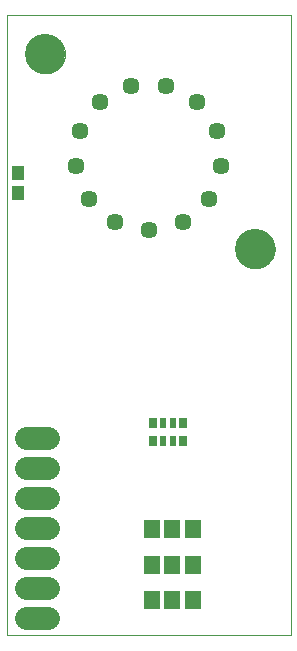
<source format=gbs>
G75*
%MOIN*%
%OFA0B0*%
%FSLAX25Y25*%
%IPPOS*%
%LPD*%
%AMOC8*
5,1,8,0,0,1.08239X$1,22.5*
%
%ADD10C,0.00000*%
%ADD11C,0.05707*%
%ADD12R,0.05518X0.06306*%
%ADD13C,0.13400*%
%ADD14C,0.07800*%
%ADD15R,0.02762X0.03550*%
%ADD16R,0.02369X0.03550*%
%ADD17R,0.04337X0.04731*%
D10*
X0007524Y0024687D02*
X0007524Y0231380D01*
X0102012Y0231380D01*
X0102012Y0024687D01*
X0007524Y0024687D01*
X0083701Y0153624D02*
X0083703Y0153785D01*
X0083709Y0153945D01*
X0083719Y0154106D01*
X0083733Y0154266D01*
X0083751Y0154426D01*
X0083772Y0154585D01*
X0083798Y0154744D01*
X0083828Y0154902D01*
X0083861Y0155059D01*
X0083899Y0155216D01*
X0083940Y0155371D01*
X0083985Y0155525D01*
X0084034Y0155678D01*
X0084087Y0155830D01*
X0084143Y0155981D01*
X0084204Y0156130D01*
X0084267Y0156278D01*
X0084335Y0156424D01*
X0084406Y0156568D01*
X0084480Y0156710D01*
X0084558Y0156851D01*
X0084640Y0156989D01*
X0084725Y0157126D01*
X0084813Y0157260D01*
X0084905Y0157392D01*
X0085000Y0157522D01*
X0085098Y0157650D01*
X0085199Y0157775D01*
X0085303Y0157897D01*
X0085410Y0158017D01*
X0085520Y0158134D01*
X0085633Y0158249D01*
X0085749Y0158360D01*
X0085868Y0158469D01*
X0085989Y0158574D01*
X0086113Y0158677D01*
X0086239Y0158777D01*
X0086367Y0158873D01*
X0086498Y0158966D01*
X0086632Y0159056D01*
X0086767Y0159143D01*
X0086905Y0159226D01*
X0087044Y0159306D01*
X0087186Y0159382D01*
X0087329Y0159455D01*
X0087474Y0159524D01*
X0087621Y0159590D01*
X0087769Y0159652D01*
X0087919Y0159710D01*
X0088070Y0159765D01*
X0088223Y0159816D01*
X0088377Y0159863D01*
X0088532Y0159906D01*
X0088688Y0159945D01*
X0088844Y0159981D01*
X0089002Y0160012D01*
X0089160Y0160040D01*
X0089319Y0160064D01*
X0089479Y0160084D01*
X0089639Y0160100D01*
X0089799Y0160112D01*
X0089960Y0160120D01*
X0090121Y0160124D01*
X0090281Y0160124D01*
X0090442Y0160120D01*
X0090603Y0160112D01*
X0090763Y0160100D01*
X0090923Y0160084D01*
X0091083Y0160064D01*
X0091242Y0160040D01*
X0091400Y0160012D01*
X0091558Y0159981D01*
X0091714Y0159945D01*
X0091870Y0159906D01*
X0092025Y0159863D01*
X0092179Y0159816D01*
X0092332Y0159765D01*
X0092483Y0159710D01*
X0092633Y0159652D01*
X0092781Y0159590D01*
X0092928Y0159524D01*
X0093073Y0159455D01*
X0093216Y0159382D01*
X0093358Y0159306D01*
X0093497Y0159226D01*
X0093635Y0159143D01*
X0093770Y0159056D01*
X0093904Y0158966D01*
X0094035Y0158873D01*
X0094163Y0158777D01*
X0094289Y0158677D01*
X0094413Y0158574D01*
X0094534Y0158469D01*
X0094653Y0158360D01*
X0094769Y0158249D01*
X0094882Y0158134D01*
X0094992Y0158017D01*
X0095099Y0157897D01*
X0095203Y0157775D01*
X0095304Y0157650D01*
X0095402Y0157522D01*
X0095497Y0157392D01*
X0095589Y0157260D01*
X0095677Y0157126D01*
X0095762Y0156989D01*
X0095844Y0156851D01*
X0095922Y0156710D01*
X0095996Y0156568D01*
X0096067Y0156424D01*
X0096135Y0156278D01*
X0096198Y0156130D01*
X0096259Y0155981D01*
X0096315Y0155830D01*
X0096368Y0155678D01*
X0096417Y0155525D01*
X0096462Y0155371D01*
X0096503Y0155216D01*
X0096541Y0155059D01*
X0096574Y0154902D01*
X0096604Y0154744D01*
X0096630Y0154585D01*
X0096651Y0154426D01*
X0096669Y0154266D01*
X0096683Y0154106D01*
X0096693Y0153945D01*
X0096699Y0153785D01*
X0096701Y0153624D01*
X0096699Y0153463D01*
X0096693Y0153303D01*
X0096683Y0153142D01*
X0096669Y0152982D01*
X0096651Y0152822D01*
X0096630Y0152663D01*
X0096604Y0152504D01*
X0096574Y0152346D01*
X0096541Y0152189D01*
X0096503Y0152032D01*
X0096462Y0151877D01*
X0096417Y0151723D01*
X0096368Y0151570D01*
X0096315Y0151418D01*
X0096259Y0151267D01*
X0096198Y0151118D01*
X0096135Y0150970D01*
X0096067Y0150824D01*
X0095996Y0150680D01*
X0095922Y0150538D01*
X0095844Y0150397D01*
X0095762Y0150259D01*
X0095677Y0150122D01*
X0095589Y0149988D01*
X0095497Y0149856D01*
X0095402Y0149726D01*
X0095304Y0149598D01*
X0095203Y0149473D01*
X0095099Y0149351D01*
X0094992Y0149231D01*
X0094882Y0149114D01*
X0094769Y0148999D01*
X0094653Y0148888D01*
X0094534Y0148779D01*
X0094413Y0148674D01*
X0094289Y0148571D01*
X0094163Y0148471D01*
X0094035Y0148375D01*
X0093904Y0148282D01*
X0093770Y0148192D01*
X0093635Y0148105D01*
X0093497Y0148022D01*
X0093358Y0147942D01*
X0093216Y0147866D01*
X0093073Y0147793D01*
X0092928Y0147724D01*
X0092781Y0147658D01*
X0092633Y0147596D01*
X0092483Y0147538D01*
X0092332Y0147483D01*
X0092179Y0147432D01*
X0092025Y0147385D01*
X0091870Y0147342D01*
X0091714Y0147303D01*
X0091558Y0147267D01*
X0091400Y0147236D01*
X0091242Y0147208D01*
X0091083Y0147184D01*
X0090923Y0147164D01*
X0090763Y0147148D01*
X0090603Y0147136D01*
X0090442Y0147128D01*
X0090281Y0147124D01*
X0090121Y0147124D01*
X0089960Y0147128D01*
X0089799Y0147136D01*
X0089639Y0147148D01*
X0089479Y0147164D01*
X0089319Y0147184D01*
X0089160Y0147208D01*
X0089002Y0147236D01*
X0088844Y0147267D01*
X0088688Y0147303D01*
X0088532Y0147342D01*
X0088377Y0147385D01*
X0088223Y0147432D01*
X0088070Y0147483D01*
X0087919Y0147538D01*
X0087769Y0147596D01*
X0087621Y0147658D01*
X0087474Y0147724D01*
X0087329Y0147793D01*
X0087186Y0147866D01*
X0087044Y0147942D01*
X0086905Y0148022D01*
X0086767Y0148105D01*
X0086632Y0148192D01*
X0086498Y0148282D01*
X0086367Y0148375D01*
X0086239Y0148471D01*
X0086113Y0148571D01*
X0085989Y0148674D01*
X0085868Y0148779D01*
X0085749Y0148888D01*
X0085633Y0148999D01*
X0085520Y0149114D01*
X0085410Y0149231D01*
X0085303Y0149351D01*
X0085199Y0149473D01*
X0085098Y0149598D01*
X0085000Y0149726D01*
X0084905Y0149856D01*
X0084813Y0149988D01*
X0084725Y0150122D01*
X0084640Y0150259D01*
X0084558Y0150397D01*
X0084480Y0150538D01*
X0084406Y0150680D01*
X0084335Y0150824D01*
X0084267Y0150970D01*
X0084204Y0151118D01*
X0084143Y0151267D01*
X0084087Y0151418D01*
X0084034Y0151570D01*
X0083985Y0151723D01*
X0083940Y0151877D01*
X0083899Y0152032D01*
X0083861Y0152189D01*
X0083828Y0152346D01*
X0083798Y0152504D01*
X0083772Y0152663D01*
X0083751Y0152822D01*
X0083733Y0152982D01*
X0083719Y0153142D01*
X0083709Y0153303D01*
X0083703Y0153463D01*
X0083701Y0153624D01*
X0013819Y0218585D02*
X0013821Y0218746D01*
X0013827Y0218906D01*
X0013837Y0219067D01*
X0013851Y0219227D01*
X0013869Y0219387D01*
X0013890Y0219546D01*
X0013916Y0219705D01*
X0013946Y0219863D01*
X0013979Y0220020D01*
X0014017Y0220177D01*
X0014058Y0220332D01*
X0014103Y0220486D01*
X0014152Y0220639D01*
X0014205Y0220791D01*
X0014261Y0220942D01*
X0014322Y0221091D01*
X0014385Y0221239D01*
X0014453Y0221385D01*
X0014524Y0221529D01*
X0014598Y0221671D01*
X0014676Y0221812D01*
X0014758Y0221950D01*
X0014843Y0222087D01*
X0014931Y0222221D01*
X0015023Y0222353D01*
X0015118Y0222483D01*
X0015216Y0222611D01*
X0015317Y0222736D01*
X0015421Y0222858D01*
X0015528Y0222978D01*
X0015638Y0223095D01*
X0015751Y0223210D01*
X0015867Y0223321D01*
X0015986Y0223430D01*
X0016107Y0223535D01*
X0016231Y0223638D01*
X0016357Y0223738D01*
X0016485Y0223834D01*
X0016616Y0223927D01*
X0016750Y0224017D01*
X0016885Y0224104D01*
X0017023Y0224187D01*
X0017162Y0224267D01*
X0017304Y0224343D01*
X0017447Y0224416D01*
X0017592Y0224485D01*
X0017739Y0224551D01*
X0017887Y0224613D01*
X0018037Y0224671D01*
X0018188Y0224726D01*
X0018341Y0224777D01*
X0018495Y0224824D01*
X0018650Y0224867D01*
X0018806Y0224906D01*
X0018962Y0224942D01*
X0019120Y0224973D01*
X0019278Y0225001D01*
X0019437Y0225025D01*
X0019597Y0225045D01*
X0019757Y0225061D01*
X0019917Y0225073D01*
X0020078Y0225081D01*
X0020239Y0225085D01*
X0020399Y0225085D01*
X0020560Y0225081D01*
X0020721Y0225073D01*
X0020881Y0225061D01*
X0021041Y0225045D01*
X0021201Y0225025D01*
X0021360Y0225001D01*
X0021518Y0224973D01*
X0021676Y0224942D01*
X0021832Y0224906D01*
X0021988Y0224867D01*
X0022143Y0224824D01*
X0022297Y0224777D01*
X0022450Y0224726D01*
X0022601Y0224671D01*
X0022751Y0224613D01*
X0022899Y0224551D01*
X0023046Y0224485D01*
X0023191Y0224416D01*
X0023334Y0224343D01*
X0023476Y0224267D01*
X0023615Y0224187D01*
X0023753Y0224104D01*
X0023888Y0224017D01*
X0024022Y0223927D01*
X0024153Y0223834D01*
X0024281Y0223738D01*
X0024407Y0223638D01*
X0024531Y0223535D01*
X0024652Y0223430D01*
X0024771Y0223321D01*
X0024887Y0223210D01*
X0025000Y0223095D01*
X0025110Y0222978D01*
X0025217Y0222858D01*
X0025321Y0222736D01*
X0025422Y0222611D01*
X0025520Y0222483D01*
X0025615Y0222353D01*
X0025707Y0222221D01*
X0025795Y0222087D01*
X0025880Y0221950D01*
X0025962Y0221812D01*
X0026040Y0221671D01*
X0026114Y0221529D01*
X0026185Y0221385D01*
X0026253Y0221239D01*
X0026316Y0221091D01*
X0026377Y0220942D01*
X0026433Y0220791D01*
X0026486Y0220639D01*
X0026535Y0220486D01*
X0026580Y0220332D01*
X0026621Y0220177D01*
X0026659Y0220020D01*
X0026692Y0219863D01*
X0026722Y0219705D01*
X0026748Y0219546D01*
X0026769Y0219387D01*
X0026787Y0219227D01*
X0026801Y0219067D01*
X0026811Y0218906D01*
X0026817Y0218746D01*
X0026819Y0218585D01*
X0026817Y0218424D01*
X0026811Y0218264D01*
X0026801Y0218103D01*
X0026787Y0217943D01*
X0026769Y0217783D01*
X0026748Y0217624D01*
X0026722Y0217465D01*
X0026692Y0217307D01*
X0026659Y0217150D01*
X0026621Y0216993D01*
X0026580Y0216838D01*
X0026535Y0216684D01*
X0026486Y0216531D01*
X0026433Y0216379D01*
X0026377Y0216228D01*
X0026316Y0216079D01*
X0026253Y0215931D01*
X0026185Y0215785D01*
X0026114Y0215641D01*
X0026040Y0215499D01*
X0025962Y0215358D01*
X0025880Y0215220D01*
X0025795Y0215083D01*
X0025707Y0214949D01*
X0025615Y0214817D01*
X0025520Y0214687D01*
X0025422Y0214559D01*
X0025321Y0214434D01*
X0025217Y0214312D01*
X0025110Y0214192D01*
X0025000Y0214075D01*
X0024887Y0213960D01*
X0024771Y0213849D01*
X0024652Y0213740D01*
X0024531Y0213635D01*
X0024407Y0213532D01*
X0024281Y0213432D01*
X0024153Y0213336D01*
X0024022Y0213243D01*
X0023888Y0213153D01*
X0023753Y0213066D01*
X0023615Y0212983D01*
X0023476Y0212903D01*
X0023334Y0212827D01*
X0023191Y0212754D01*
X0023046Y0212685D01*
X0022899Y0212619D01*
X0022751Y0212557D01*
X0022601Y0212499D01*
X0022450Y0212444D01*
X0022297Y0212393D01*
X0022143Y0212346D01*
X0021988Y0212303D01*
X0021832Y0212264D01*
X0021676Y0212228D01*
X0021518Y0212197D01*
X0021360Y0212169D01*
X0021201Y0212145D01*
X0021041Y0212125D01*
X0020881Y0212109D01*
X0020721Y0212097D01*
X0020560Y0212089D01*
X0020399Y0212085D01*
X0020239Y0212085D01*
X0020078Y0212089D01*
X0019917Y0212097D01*
X0019757Y0212109D01*
X0019597Y0212125D01*
X0019437Y0212145D01*
X0019278Y0212169D01*
X0019120Y0212197D01*
X0018962Y0212228D01*
X0018806Y0212264D01*
X0018650Y0212303D01*
X0018495Y0212346D01*
X0018341Y0212393D01*
X0018188Y0212444D01*
X0018037Y0212499D01*
X0017887Y0212557D01*
X0017739Y0212619D01*
X0017592Y0212685D01*
X0017447Y0212754D01*
X0017304Y0212827D01*
X0017162Y0212903D01*
X0017023Y0212983D01*
X0016885Y0213066D01*
X0016750Y0213153D01*
X0016616Y0213243D01*
X0016485Y0213336D01*
X0016357Y0213432D01*
X0016231Y0213532D01*
X0016107Y0213635D01*
X0015986Y0213740D01*
X0015867Y0213849D01*
X0015751Y0213960D01*
X0015638Y0214075D01*
X0015528Y0214192D01*
X0015421Y0214312D01*
X0015317Y0214434D01*
X0015216Y0214559D01*
X0015118Y0214687D01*
X0015023Y0214817D01*
X0014931Y0214949D01*
X0014843Y0215083D01*
X0014758Y0215220D01*
X0014676Y0215358D01*
X0014598Y0215499D01*
X0014524Y0215641D01*
X0014453Y0215785D01*
X0014385Y0215931D01*
X0014322Y0216079D01*
X0014261Y0216228D01*
X0014205Y0216379D01*
X0014152Y0216531D01*
X0014103Y0216684D01*
X0014058Y0216838D01*
X0014017Y0216993D01*
X0013979Y0217150D01*
X0013946Y0217307D01*
X0013916Y0217465D01*
X0013890Y0217624D01*
X0013869Y0217783D01*
X0013851Y0217943D01*
X0013837Y0218103D01*
X0013827Y0218264D01*
X0013821Y0218424D01*
X0013819Y0218585D01*
D11*
X0031982Y0192778D03*
X0038608Y0202377D03*
X0048936Y0207798D03*
X0060600Y0207798D03*
X0070928Y0202377D03*
X0077554Y0192778D03*
X0078960Y0181199D03*
X0074824Y0170292D03*
X0066093Y0162558D03*
X0054768Y0159766D03*
X0043443Y0162558D03*
X0034712Y0170292D03*
X0030576Y0181199D03*
D12*
X0055949Y0060120D03*
X0062642Y0060120D03*
X0069335Y0060120D03*
X0069335Y0048309D03*
X0062642Y0048309D03*
X0055949Y0048309D03*
X0055949Y0036498D03*
X0062642Y0036498D03*
X0069335Y0036498D03*
D13*
X0090201Y0153624D03*
X0020319Y0218585D03*
D14*
X0021067Y0090593D02*
X0013667Y0090593D01*
X0013667Y0080593D02*
X0021067Y0080593D01*
X0021067Y0070593D02*
X0013667Y0070593D01*
X0013667Y0060593D02*
X0021067Y0060593D01*
X0021067Y0050593D02*
X0013667Y0050593D01*
X0013667Y0040593D02*
X0021067Y0040593D01*
X0021067Y0030593D02*
X0013667Y0030593D01*
D15*
X0056083Y0089648D03*
X0056083Y0095553D03*
X0066123Y0095553D03*
X0066123Y0089648D03*
D16*
X0062678Y0089648D03*
X0059528Y0089648D03*
X0059528Y0095553D03*
X0062678Y0095553D03*
D17*
X0011264Y0172167D03*
X0011264Y0178860D03*
M02*

</source>
